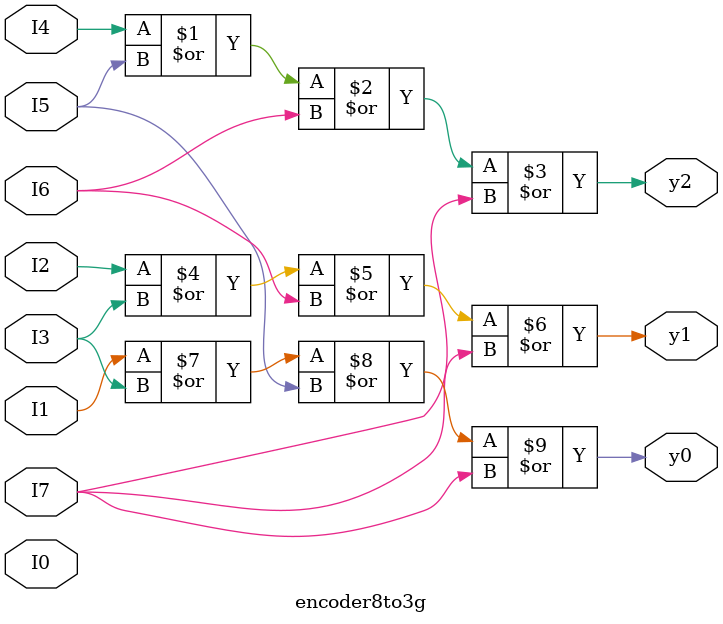
<source format=v>
module encoder8to3d(y0,y1,y2,I0,I1,I2,I3,I4,I5,I6,I7);
output y0,y1,y2;
input I0,I1,I2,I3,I4,I5,I6,I7;
wire y0,y1,y2;
assign y2 = I4|I5|I6|I7;
assign y1 = I2|I3|I6|I7;
assign y0 = I1|I3|I5|I7;
endmodule

//encoder 8 to 3 using gate level design
module encoder8to3g(y0,y1,y2,I0,I1,I2,I3,I4,I5,I6,I7);
output y0,y1,y2;
input I0,I1,I2,I3,I4,I5,I6,I7;
wire y0,y1,y2;
assign y2 = I4|I5|I6|I7;
assign y1 = I2|I3|I6|I7;
assign y0 = I1|I3|I5|I7;
endmodule


</source>
